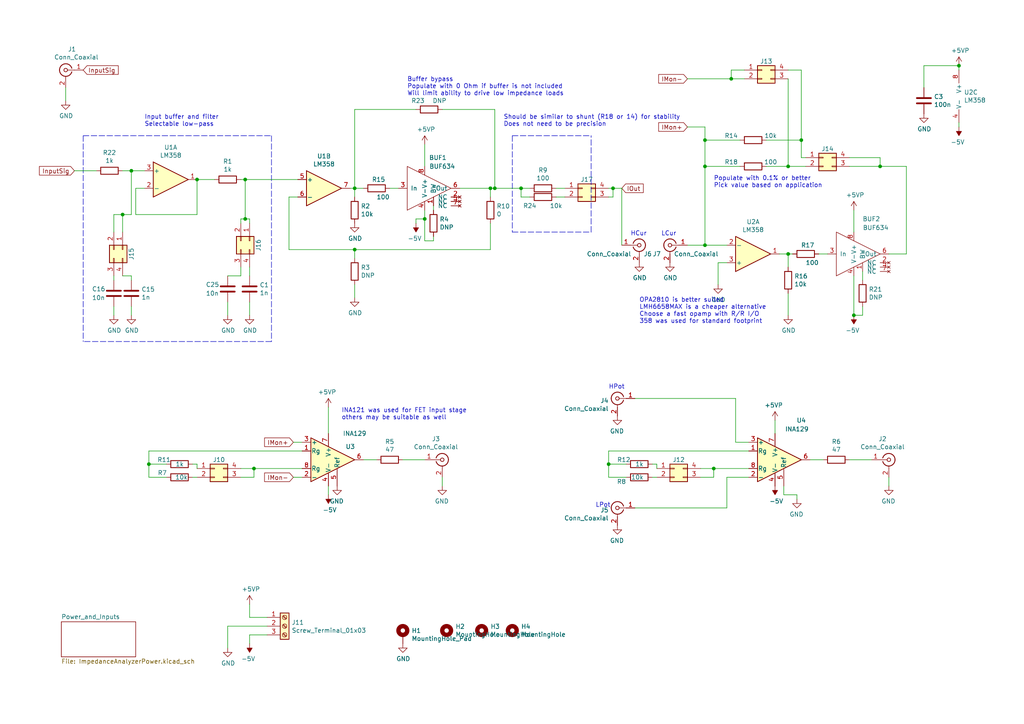
<source format=kicad_sch>
(kicad_sch (version 20211123) (generator eeschema)
  (paper "A4")
  (lib_symbols
    (symbol "Amplifier_Instrumentation:INA129" (pin_names (offset 0.127))
      (property "Reference" "U" (at 3.81 3.175 0))
      (property "Value" "INA129" (at 3.81 -3.175 0))
      (symbol "INA129_0_1"
        (polyline (pts (xy 7.62 0) (xy -5.08 6.35) (xy -5.08 -6.35) (xy 7.62 0)) (stroke (width 0.254)) (fill (type background)))
      )
      (symbol "INA129_1_1"
        (pin passive line (at -7.62 2.54 0) (length 2.54) (name "Rg") (number "1"))
        (pin input line (at -7.62 -5.08 0) (length 2.54) (name "-") (number "2"))
        (pin input line (at -7.62 5.08 0) (length 2.54) (name "+") (number "3"))
        (pin power_in line (at 0 -7.62 90) (length 3.81) (name "V-") (number "4"))
        (pin input line (at 2.54 -7.62 90) (length 5.08) (name "Ref") (number "5"))
        (pin output line (at 10.16 0 180) (length 2.54) (name "~") (number "6"))
        (pin power_in line (at 0 7.62 270) (length 3.81) (name "V+") (number "7"))
        (pin passive line (at -7.62 -2.54 0) (length 2.54) (name "Rg") (number "8"))
      )
    )
    (symbol "Amplifier_Operational:LM358" (pin_names (offset 0.127))
      (property "Reference" "U" (at 0 5.08 0))
      (property "Value" "LM358" (at 0 -5.08 0))
      (symbol "LM358_1_1"
        (polyline (pts (xy -5.08 5.08) (xy 5.08 0) (xy -5.08 -5.08) (xy -5.08 5.08)) (stroke (width 0.254)) (fill (type background)))
        (pin output line (at 7.62 0 180) (length 2.54) (name "~") (number "1"))
        (pin input line (at -7.62 -2.54 0) (length 2.54) (name "-") (number "2"))
        (pin input line (at -7.62 2.54 0) (length 2.54) (name "+") (number "3"))
      )
      (symbol "LM358_2_1"
        (polyline (pts (xy -5.08 5.08) (xy 5.08 0) (xy -5.08 -5.08) (xy -5.08 5.08)) (stroke (width 0.254)) (fill (type background)))
        (pin input line (at -7.62 2.54 0) (length 2.54) (name "+") (number "5"))
        (pin input line (at -7.62 -2.54 0) (length 2.54) (name "-") (number "6"))
        (pin output line (at 7.62 0 180) (length 2.54) (name "~") (number "7"))
      )
      (symbol "LM358_3_1"
        (pin power_in line (at -2.54 -7.62 90) (length 3.81) (name "V-") (number "4"))
        (pin power_in line (at -2.54 7.62 270) (length 3.81) (name "V+") (number "8"))
      )
    )
    (symbol "Connector:Conn_Coaxial" (pin_names (offset 1.016) hide)
      (property "Reference" "J" (at 0.254 3.048 0))
      (property "Value" "Conn_Coaxial" (at 2.921 0 90))
      (symbol "Conn_Coaxial_0_1"
        (arc (start -1.778 -0.508) (mid 0.222 -1.808) (end 1.778 0) (stroke (width 0.254)))
        (polyline (pts (xy -2.54 0) (xy -0.508 0)))
        (polyline (pts (xy 0 -2.54) (xy 0 -1.778)))
        (circle (center 0 0) (radius 0.508) (stroke (width 0.2032)))
        (arc (start 1.778 0) (mid 0.222 1.8083) (end -1.778 0.508) (stroke (width 0.254)))
      )
      (symbol "Conn_Coaxial_1_1"
        (pin passive line (at -5.08 0 0) (length 2.54) (name "In") (number "1"))
        (pin passive line (at 0 -5.08 90) (length 2.54) (name "Ext") (number "2"))
      )
    )
    (symbol "Connector:Screw_Terminal_01x03" (pin_names (offset 1.016) hide)
      (property "Reference" "J" (at 0 5.08 0))
      (property "Value" "Screw_Terminal_01x03" (at 0 -5.08 0))
      (symbol "Screw_Terminal_01x03_1_1"
        (rectangle (start -1.27 3.81) (end 1.27 -3.81) (stroke (width 0.254)) (fill (type background)))
        (circle (center 0 -2.54) (radius 0.635) (stroke (width 0.1524)))
        (polyline (pts (xy -0.5334 -2.2098) (xy 0.3302 -3.048)) (stroke (width 0.1524)))
        (polyline (pts (xy -0.5334 0.3302) (xy 0.3302 -0.508)) (stroke (width 0.1524)))
        (polyline (pts (xy -0.5334 2.8702) (xy 0.3302 2.032)) (stroke (width 0.1524)))
        (polyline (pts (xy -0.3556 -2.032) (xy 0.508 -2.8702)) (stroke (width 0.1524)))
        (polyline (pts (xy -0.3556 0.508) (xy 0.508 -0.3302)) (stroke (width 0.1524)))
        (polyline (pts (xy -0.3556 3.048) (xy 0.508 2.2098)) (stroke (width 0.1524)))
        (circle (center 0 0) (radius 0.635) (stroke (width 0.1524)))
        (circle (center 0 2.54) (radius 0.635) (stroke (width 0.1524)))
        (pin passive line (at -5.08 2.54 0) (length 3.81) (name "Pin_1") (number "1"))
        (pin passive line (at -5.08 0 0) (length 3.81) (name "Pin_2") (number "2"))
        (pin passive line (at -5.08 -2.54 0) (length 3.81) (name "Pin_3") (number "3"))
      )
    )
    (symbol "Connector_Generic:Conn_02x02_Counter_Clockwise" (pin_names (offset 1.016) hide)
      (property "Reference" "J" (at 1.27 2.54 0))
      (property "Value" "Conn_02x02_Counter_Clockwise" (at 1.27 -5.08 0))
      (symbol "Conn_02x02_Counter_Clockwise_1_1"
        (rectangle (start -1.27 -2.413) (end 0 -2.667) (stroke (width 0.1524)))
        (rectangle (start -1.27 0.127) (end 0 -0.127) (stroke (width 0.1524)))
        (rectangle (start -1.27 1.27) (end 3.81 -3.81) (stroke (width 0.254)) (fill (type background)))
        (rectangle (start 3.81 -2.413) (end 2.54 -2.667) (stroke (width 0.1524)))
        (rectangle (start 3.81 0.127) (end 2.54 -0.127) (stroke (width 0.1524)))
        (pin passive line (at -5.08 0 0) (length 3.81) (name "Pin_1") (number "1"))
        (pin passive line (at -5.08 -2.54 0) (length 3.81) (name "Pin_2") (number "2"))
        (pin passive line (at 7.62 -2.54 180) (length 3.81) (name "Pin_3") (number "3"))
        (pin passive line (at 7.62 0 180) (length 3.81) (name "Pin_4") (number "4"))
      )
    )
    (symbol "Device:C" (pin_numbers hide) (pin_names (offset 0.254))
      (property "Reference" "C" (at 0.635 2.54 0))
      (property "Value" "C" (at 0.635 -2.54 0))
      (symbol "C_0_1"
        (polyline (pts (xy -2.032 -0.762) (xy 2.032 -0.762)) (stroke (width 0.508)))
        (polyline (pts (xy -2.032 0.762) (xy 2.032 0.762)) (stroke (width 0.508)))
      )
      (symbol "C_1_1"
        (pin passive line (at 0 3.81 270) (length 2.794) (name "~") (number "1"))
        (pin passive line (at 0 -3.81 90) (length 2.794) (name "~") (number "2"))
      )
    )
    (symbol "Device:R" (pin_numbers hide) (pin_names (offset 0))
      (property "Reference" "R" (at 2.032 0 90))
      (property "Value" "R" (at 0 0 90))
      (symbol "R_0_1"
        (rectangle (start -1.016 -2.54) (end 1.016 2.54) (stroke (width 0.254)))
      )
      (symbol "R_1_1"
        (pin passive line (at 0 3.81 270) (length 1.27) (name "~") (number "1"))
        (pin passive line (at 0 -3.81 90) (length 1.27) (name "~") (number "2"))
      )
    )
    (symbol "Eli_Lib:BUF634" (pin_names (offset 1.016))
      (property "Reference" "BUF" (at 6.35 6.35 0))
      (property "Value" "Eli_Lib_BUF634" (at 7.62 3.81 0))
      (symbol "BUF634_0_1"
        (polyline (pts (xy -5.08 -6.35) (xy 7.62 0) (xy -5.08 6.35) (xy -5.08 -6.35)))
      )
      (symbol "BUF634_1_1"
        (pin input line (at 2.54 -5.08 90) (length 2.54) (name "BW") (number "1"))
        (pin no_connect line (at 10.16 -2.54 180) (length 2.54) (name "NC") (number "2"))
        (pin input line (at -7.62 0 0) (length 2.54) (name "In") (number "3"))
        (pin input line (at 0 -6.35 90) (length 2.54) (name "V-") (number "4"))
        (pin no_connect line (at 10.16 -3.81 180) (length 2.54) (name "NC") (number "5"))
        (pin input line (at 10.16 0 180) (length 2.54) (name "Out") (number "6"))
        (pin no_connect line (at 10.16 -5.08 180) (length 2.54) (name "NC") (number "7"))
        (pin input line (at 0 6.35 270) (length 2.54) (name "V+") (number "8"))
      )
    )
    (symbol "Mechanical:MountingHole" (pin_names (offset 1.016))
      (property "Reference" "H" (at 0 5.08 0))
      (property "Value" "MountingHole" (at 0 3.175 0))
      (symbol "MountingHole_0_1"
        (circle (center 0 0) (radius 1.27) (stroke (width 1.27)))
      )
    )
    (symbol "Mechanical:MountingHole_Pad" (pin_numbers hide) (pin_names (offset 1.016) hide)
      (property "Reference" "H" (at 0 6.35 0))
      (property "Value" "MountingHole_Pad" (at 0 4.445 0))
      (symbol "MountingHole_Pad_0_1"
        (circle (center 0 1.27) (radius 1.27) (stroke (width 1.27)))
      )
      (symbol "MountingHole_Pad_1_1"
        (pin input line (at 0 -2.54 90) (length 2.54) (name "1") (number "1"))
      )
    )
    (symbol "power:+5VP" (power) (pin_names (offset 0))
      (property "Value" "+5VP" (at 0 3.556 0))
      (symbol "+5VP_0_1"
        (polyline (pts (xy -0.762 1.27) (xy 0 2.54)))
        (polyline (pts (xy 0 0) (xy 0 2.54)))
        (polyline (pts (xy 0 2.54) (xy 0.762 1.27)))
      )
      (symbol "+5VP_1_1"
        (pin power_in line (at 0 0 90) (length 0) hide (name "+5VP") (number "1"))
      )
    )
    (symbol "power:-5V" (power) (pin_names (offset 0))
      (property "Value" "-5V" (at 0 3.81 0))
      (symbol "-5V_0_0"
        (pin power_in line (at 0 0 90) (length 0) hide (name "-5V") (number "1"))
      )
      (symbol "-5V_0_1"
        (polyline (pts (xy 0 0) (xy 0 1.27) (xy 0.762 1.27) (xy 0 2.54) (xy -0.762 1.27) (xy 0 1.27)) (fill (type outline)))
      )
    )
    (symbol "power:GND" (power) (pin_names (offset 0))
      (property "Value" "GND" (at 0 -3.81 0))
      (symbol "GND_0_1"
        (polyline (pts (xy 0 0) (xy 0 -1.27) (xy 1.27 -1.27) (xy 0 -2.54) (xy -1.27 -1.27) (xy 0 -1.27)))
      )
      (symbol "GND_1_1"
        (pin power_in line (at 0 0 270) (length 0) hide (name "GND") (number "1"))
      )
    )
  )
  (junction (at 57.15 52.07))
  (junction (at 278.13 19.05))
  (junction (at 35.56 62.23))
  (junction (at 247.65 91.44))
  (junction (at 177.8 54.61))
  (junction (at 73.66 135.89))
  (junction (at 176.53 134.62))
  (junction (at 207.01 135.89))
  (junction (at 143.51 54.61))
  (junction (at 102.87 72.39))
  (junction (at 123.19 63.5))
  (junction (at 204.47 48.26))
  (junction (at 43.18 134.62))
  (junction (at 71.12 52.07))
  (junction (at 212.09 22.86))
  (junction (at 228.6 48.26))
  (junction (at 255.27 48.26))
  (junction (at 228.6 73.66))
  (junction (at 102.87 54.61))
  (junction (at 142.24 54.61))
  (junction (at 71.12 63.5))
  (junction (at 204.47 40.64))
  (junction (at 38.1 49.53))
  (junction (at 204.47 71.12))
  (junction (at 151.13 54.61))
  (junction (at 232.41 40.64))
  (wire (pts (xy 72.39 175.26) (xy 72.39 179.07)))
  (wire (pts (xy 83.82 72.39) (xy 83.82 57.15)))
  (wire (pts (xy 262.89 48.26) (xy 255.27 48.26)))
  (wire (pts (xy 72.39 63.5) (xy 72.39 64.77)))
  (wire (pts (xy 255.27 45.72) (xy 255.27 48.26)))
  (wire (pts (xy 35.56 62.23) (xy 33.02 62.23)))
  (wire (pts (xy 214.63 48.26) (xy 204.47 48.26)))
  (wire (pts (xy 95.25 143.51) (xy 95.25 140.97)))
  (wire (pts (xy 73.66 135.89) (xy 73.66 138.43)))
  (wire (pts (xy 232.41 40.64) (xy 232.41 45.72)))
  (wire (pts (xy 228.6 48.26) (xy 233.68 48.26)))
  (polyline (pts (xy 24.13 39.37) (xy 24.13 99.06)))
  (wire (pts (xy 102.87 72.39) (xy 83.82 72.39)))
  (wire (pts (xy 224.79 121.92) (xy 224.79 125.73)))
  (polyline (pts (xy 78.74 99.06) (xy 24.13 99.06)))
  (wire (pts (xy 102.87 74.93) (xy 102.87 72.39)))
  (wire (pts (xy 250.19 78.74) (xy 250.19 81.28)))
  (wire (pts (xy 176.53 57.15) (xy 177.8 57.15)))
  (polyline (pts (xy 24.13 39.37) (xy 78.74 39.37)))
  (wire (pts (xy 237.49 73.66) (xy 240.03 73.66)))
  (wire (pts (xy 247.65 60.96) (xy 247.65 67.31)))
  (wire (pts (xy 69.85 64.77) (xy 69.85 63.5)))
  (wire (pts (xy 125.73 68.58) (xy 125.73 69.85)))
  (wire (pts (xy 43.18 130.81) (xy 87.63 130.81)))
  (wire (pts (xy 180.34 54.61) (xy 180.34 71.12)))
  (wire (pts (xy 176.53 54.61) (xy 177.8 54.61)))
  (wire (pts (xy 213.36 115.57) (xy 184.15 115.57)))
  (wire (pts (xy 120.65 63.5) (xy 123.19 63.5)))
  (wire (pts (xy 231.14 144.78) (xy 231.14 143.51)))
  (wire (pts (xy 212.09 20.32) (xy 212.09 22.86)))
  (wire (pts (xy 102.87 31.75) (xy 102.87 54.61)))
  (wire (pts (xy 39.37 54.61) (xy 39.37 62.23)))
  (wire (pts (xy 38.1 80.01) (xy 38.1 81.28)))
  (wire (pts (xy 125.73 59.69) (xy 125.73 60.96)))
  (wire (pts (xy 41.91 54.61) (xy 39.37 54.61)))
  (wire (pts (xy 213.36 128.27) (xy 213.36 115.57)))
  (wire (pts (xy 38.1 49.53) (xy 38.1 62.23)))
  (wire (pts (xy 120.65 64.77) (xy 120.65 63.5)))
  (wire (pts (xy 133.35 54.61) (xy 142.24 54.61)))
  (wire (pts (xy 203.2 138.43) (xy 207.01 138.43)))
  (wire (pts (xy 217.17 128.27) (xy 213.36 128.27)))
  (wire (pts (xy 176.53 134.62) (xy 176.53 130.81)))
  (wire (pts (xy 43.18 138.43) (xy 43.18 134.62)))
  (wire (pts (xy 176.53 138.43) (xy 176.53 134.62)))
  (wire (pts (xy 66.04 181.61) (xy 77.47 181.61)))
  (wire (pts (xy 204.47 40.64) (xy 204.47 48.26)))
  (wire (pts (xy 71.12 63.5) (xy 72.39 63.5)))
  (wire (pts (xy 128.27 31.75) (xy 143.51 31.75)))
  (wire (pts (xy 232.41 45.72) (xy 233.68 45.72)))
  (wire (pts (xy 102.87 86.36) (xy 102.87 82.55)))
  (wire (pts (xy 101.6 54.61) (xy 102.87 54.61)))
  (wire (pts (xy 35.56 62.23) (xy 35.56 67.31)))
  (wire (pts (xy 207.01 135.89) (xy 207.01 138.43)))
  (wire (pts (xy 238.76 133.35) (xy 234.95 133.35)))
  (polyline (pts (xy 171.45 67.31) (xy 171.45 39.37)))
  (wire (pts (xy 38.1 49.53) (xy 41.91 49.53)))
  (wire (pts (xy 267.97 19.05) (xy 267.97 25.4)))
  (wire (pts (xy 143.51 54.61) (xy 151.13 54.61)))
  (wire (pts (xy 151.13 57.15) (xy 151.13 54.61)))
  (wire (pts (xy 278.13 35.56) (xy 278.13 36.83)))
  (wire (pts (xy 142.24 54.61) (xy 143.51 54.61)))
  (wire (pts (xy 57.15 135.89) (xy 57.15 134.62)))
  (wire (pts (xy 125.73 69.85) (xy 123.19 69.85)))
  (wire (pts (xy 177.8 54.61) (xy 180.34 54.61)))
  (wire (pts (xy 228.6 20.32) (xy 232.41 20.32)))
  (wire (pts (xy 232.41 20.32) (xy 232.41 40.64)))
  (wire (pts (xy 57.15 52.07) (xy 57.15 62.23)))
  (wire (pts (xy 87.63 138.43) (xy 85.09 138.43)))
  (wire (pts (xy 123.19 63.5) (xy 123.19 60.96)))
  (wire (pts (xy 35.56 80.01) (xy 38.1 80.01)))
  (wire (pts (xy 228.6 91.44) (xy 228.6 85.09)))
  (wire (pts (xy 102.87 54.61) (xy 105.41 54.61)))
  (wire (pts (xy 207.01 135.89) (xy 217.17 135.89)))
  (wire (pts (xy 66.04 187.96) (xy 66.04 181.61)))
  (wire (pts (xy 85.09 128.27) (xy 87.63 128.27)))
  (wire (pts (xy 38.1 91.44) (xy 38.1 88.9)))
  (polyline (pts (xy 148.59 39.37) (xy 148.59 67.31)))
  (wire (pts (xy 33.02 81.28) (xy 33.02 80.01)))
  (wire (pts (xy 204.47 36.83) (xy 204.47 40.64)))
  (wire (pts (xy 113.03 54.61) (xy 115.57 54.61)))
  (wire (pts (xy 210.82 138.43) (xy 217.17 138.43)))
  (wire (pts (xy 151.13 54.61) (xy 153.67 54.61)))
  (wire (pts (xy 204.47 48.26) (xy 204.47 71.12)))
  (wire (pts (xy 226.06 73.66) (xy 228.6 73.66)))
  (wire (pts (xy 43.18 134.62) (xy 48.26 134.62)))
  (wire (pts (xy 231.14 143.51) (xy 227.33 143.51)))
  (wire (pts (xy 72.39 186.69) (xy 72.39 184.15)))
  (wire (pts (xy 102.87 54.61) (xy 102.87 57.15)))
  (wire (pts (xy 153.67 57.15) (xy 151.13 57.15)))
  (wire (pts (xy 212.09 22.86) (xy 215.9 22.86)))
  (wire (pts (xy 66.04 91.44) (xy 66.04 87.63)))
  (wire (pts (xy 128.27 140.97) (xy 128.27 138.43)))
  (wire (pts (xy 227.33 143.51) (xy 227.33 140.97)))
  (wire (pts (xy 27.94 49.53) (xy 21.59 49.53)))
  (wire (pts (xy 257.81 73.66) (xy 262.89 73.66)))
  (wire (pts (xy 95.25 118.11) (xy 95.25 125.73)))
  (wire (pts (xy 208.28 76.2) (xy 210.82 76.2)))
  (wire (pts (xy 228.6 73.66) (xy 229.87 73.66)))
  (wire (pts (xy 72.39 184.15) (xy 77.47 184.15)))
  (wire (pts (xy 203.2 135.89) (xy 207.01 135.89)))
  (wire (pts (xy 38.1 62.23) (xy 35.56 62.23)))
  (wire (pts (xy 39.37 62.23) (xy 57.15 62.23)))
  (wire (pts (xy 181.61 138.43) (xy 176.53 138.43)))
  (wire (pts (xy 57.15 52.07) (xy 62.23 52.07)))
  (wire (pts (xy 222.25 40.64) (xy 232.41 40.64)))
  (wire (pts (xy 210.82 138.43) (xy 210.82 147.32)))
  (wire (pts (xy 208.28 82.55) (xy 208.28 76.2)))
  (wire (pts (xy 161.29 57.15) (xy 163.83 57.15)))
  (wire (pts (xy 189.23 134.62) (xy 190.5 134.62)))
  (wire (pts (xy 246.38 45.72) (xy 255.27 45.72)))
  (wire (pts (xy 73.66 135.89) (xy 87.63 135.89)))
  (wire (pts (xy 123.19 69.85) (xy 123.19 63.5)))
  (wire (pts (xy 55.88 138.43) (xy 57.15 138.43)))
  (wire (pts (xy 35.56 49.53) (xy 38.1 49.53)))
  (wire (pts (xy 210.82 147.32) (xy 184.15 147.32)))
  (wire (pts (xy 176.53 134.62) (xy 181.61 134.62)))
  (wire (pts (xy 66.04 80.01) (xy 69.85 80.01)))
  (wire (pts (xy 142.24 64.77) (xy 142.24 72.39)))
  (wire (pts (xy 69.85 138.43) (xy 73.66 138.43)))
  (wire (pts (xy 247.65 91.44) (xy 250.19 91.44)))
  (wire (pts (xy 116.84 133.35) (xy 123.19 133.35)))
  (wire (pts (xy 55.88 134.62) (xy 57.15 134.62)))
  (wire (pts (xy 161.29 54.61) (xy 163.83 54.61)))
  (wire (pts (xy 109.22 133.35) (xy 105.41 133.35)))
  (wire (pts (xy 189.23 138.43) (xy 190.5 138.43)))
  (wire (pts (xy 278.13 19.05) (xy 278.13 20.32)))
  (wire (pts (xy 72.39 77.47) (xy 72.39 80.01)))
  (wire (pts (xy 43.18 134.62) (xy 43.18 130.81)))
  (wire (pts (xy 102.87 72.39) (xy 142.24 72.39)))
  (polyline (pts (xy 148.59 67.31) (xy 171.45 67.31)))
  (wire (pts (xy 69.85 63.5) (xy 71.12 63.5)))
  (wire (pts (xy 246.38 133.35) (xy 252.73 133.35)))
  (wire (pts (xy 143.51 31.75) (xy 143.51 54.61)))
  (wire (pts (xy 72.39 91.44) (xy 72.39 87.63)))
  (wire (pts (xy 72.39 179.07) (xy 77.47 179.07)))
  (wire (pts (xy 19.05 29.21) (xy 19.05 25.4)))
  (wire (pts (xy 71.12 52.07) (xy 86.36 52.07)))
  (wire (pts (xy 215.9 20.32) (xy 212.09 20.32)))
  (wire (pts (xy 257.81 140.97) (xy 257.81 138.43)))
  (wire (pts (xy 204.47 71.12) (xy 199.39 71.12)))
  (wire (pts (xy 250.19 91.44) (xy 250.19 88.9)))
  (wire (pts (xy 199.39 22.86) (xy 212.09 22.86)))
  (wire (pts (xy 262.89 48.26) (xy 262.89 73.66)))
  (wire (pts (xy 142.24 54.61) (xy 142.24 57.15)))
  (wire (pts (xy 228.6 22.86) (xy 228.6 48.26)))
  (wire (pts (xy 69.85 77.47) (xy 69.85 80.01)))
  (wire (pts (xy 71.12 52.07) (xy 71.12 63.5)))
  (wire (pts (xy 199.39 36.83) (xy 204.47 36.83)))
  (wire (pts (xy 33.02 91.44) (xy 33.02 88.9)))
  (wire (pts (xy 69.85 135.89) (xy 73.66 135.89)))
  (wire (pts (xy 228.6 73.66) (xy 228.6 77.47)))
  (wire (pts (xy 190.5 135.89) (xy 190.5 134.62)))
  (wire (pts (xy 69.85 52.07) (xy 71.12 52.07)))
  (wire (pts (xy 247.65 80.01) (xy 247.65 91.44)))
  (polyline (pts (xy 78.74 39.37) (xy 78.74 99.06)))
  (polyline (pts (xy 148.59 39.37) (xy 171.45 39.37)))
  (wire (pts (xy 210.82 71.12) (xy 204.47 71.12)))
  (wire (pts (xy 222.25 48.26) (xy 228.6 48.26)))
  (wire (pts (xy 177.8 57.15) (xy 177.8 54.61)))
  (wire (pts (xy 123.19 41.91) (xy 123.19 48.26)))
  (wire (pts (xy 120.65 31.75) (xy 102.87 31.75)))
  (wire (pts (xy 83.82 57.15) (xy 86.36 57.15)))
  (wire (pts (xy 48.26 138.43) (xy 43.18 138.43)))
  (wire (pts (xy 204.47 40.64) (xy 214.63 40.64)))
  (wire (pts (xy 33.02 62.23) (xy 33.02 67.31)))
  (wire (pts (xy 278.13 19.05) (xy 267.97 19.05)))
  (wire (pts (xy 176.53 130.81) (xy 217.17 130.81)))
  (wire (pts (xy 246.38 48.26) (xy 255.27 48.26)))
  (text "HCur" (at 182.88 68.58 0) (effects (font (size 1.27 1.27)) (justify left bottom)))
  (text "Input buffer and filter\nSelectable low-pass" (at 41.91 36.83 0) (effects (font (size 1.27 1.27)) (justify left bottom)))
  (text "Should be similar to shunt (R18 or 14) for stability\nDoes not need to be precision" (at 146.05 36.83 0) (effects (font (size 1.27 1.27)) (justify left bottom)))
  (text "INA121 was used for FET input stage\nothers may be suitable as well" (at 99.06 121.92 0) (effects (font (size 1.27 1.27)) (justify left bottom)))
  (text "LCur" (at 191.77 68.58 0) (effects (font (size 1.27 1.27)) (justify left bottom)))
  (text "LPot" (at 172.72 147.32 0) (effects (font (size 1.27 1.27)) (justify left bottom)))
  (text "HPot" (at 176.53 113.03 0) (effects (font (size 1.27 1.27)) (justify left bottom)))
  (text "Buffer bypass\nPopulate with 0 Ohm if buffer is not included\nWill limit ability to drive low impedance loads" (at 118.11 27.94 0) (effects (font (size 1.27 1.27)) (justify left bottom)))
  (text "OPA2810 is better suited\nLMH6658MAX is a cheaper alternative\nChoose a fast opamp with R/R I/O\n358 was used for standard footprint" (at 185.42 93.98 0) (effects (font (size 1.27 1.27)) (justify left bottom)))
  (text "Populate with 0.1% or better\nPick value based on application" (at 207.01 54.61 0) (effects (font (size 1.27 1.27)) (justify left bottom)))
  (global_label "IMon-" (shape input) (at 199.39 22.86 180) (property "Intersheet References" "${INTERSHEET_REFS}" (effects hide)))
  (global_label "IMon-" (shape input) (at 85.09 138.43 180) (property "Intersheet References" "${INTERSHEET_REFS}" (effects hide)))
  (global_label "InputSig" (shape input) (at 21.59 49.53 180) (property "Intersheet References" "${INTERSHEET_REFS}" (effects hide)))
  (global_label "IOut" (shape input) (at 180.34 54.61 0) (property "Intersheet References" "${INTERSHEET_REFS}" (effects hide)))
  (global_label "IMon+" (shape input) (at 199.39 36.83 180) (property "Intersheet References" "${INTERSHEET_REFS}" (effects hide)))
  (global_label "IMon+" (shape input) (at 85.09 128.27 180) (property "Intersheet References" "${INTERSHEET_REFS}" (effects hide)))
  (global_label "InputSig" (shape input) (at 24.13 20.32 0) (property "Intersheet References" "${INTERSHEET_REFS}" (effects hide)))
  (symbol (lib_id "Amplifier_Instrumentation:INA129") (at 224.79 133.35 0) (unit 1)
    (property "Reference" "U4" (at 232.41 121.92 0))
    (property "Value" "INA129" (at 231.14 124.46 0))
    (property "Footprint" "Package_DIP:DIP-8_W7.62mm" (effects hide))
    (property "Datasheet" "http://www.ti.com/lit/ds/symlink/ina128.pdf" (effects hide))
  )
  (symbol (lib_id "Connector:Conn_Coaxial") (at 19.05 20.32 0) (mirror y) (unit 1)
    (property "Reference" "J1" (at 20.8788 14.2748 0))
    (property "Value" "Conn_Coaxial" (at 22.1488 16.5862 0))
    (property "Footprint" "Connector_Coaxial:BNC_TEConnectivity_1478204_Vertical" (effects hide))
    (property "Datasheet" " ~" (effects hide))
  )
  (symbol (lib_id "Amplifier_Operational:LM358") (at 49.53 52.07 0) (unit 1)
    (property "Reference" "U1" (at 49.53 42.7482 0))
    (property "Value" "LM358" (at 49.53 45.0596 0))
    (property "Footprint" "Package_SO:SO-8_3.9x4.9mm_P1.27mm" (effects hide))
    (property "Datasheet" "http://www.ti.com/lit/ds/symlink/lm2904-n.pdf" (effects hide))
  )
  (symbol (lib_id "Device:R") (at 102.87 60.96 0) (unit 1)
    (property "Reference" "R2" (at 104.648 59.7916 0) (effects (justify left)))
    (property "Value" "10k" (at 104.648 62.103 0) (effects (justify left)))
    (property "Footprint" "Resistor_SMD:R_1206_3216Metric" (effects hide))
  )
  (symbol (lib_id "Device:R") (at 102.87 78.74 0) (unit 1)
    (property "Reference" "R3" (at 104.648 77.5716 0) (effects (justify left)))
    (property "Value" "DNP" (at 104.648 79.883 0) (effects (justify left)))
    (property "Footprint" "Resistor_SMD:R_1206_3216Metric" (effects hide))
  )
  (symbol (lib_id "Device:R") (at 66.04 52.07 270) (unit 1)
    (property "Reference" "R1" (at 66.04 46.8122 90))
    (property "Value" "1k" (at 66.04 49.1236 90))
    (property "Footprint" "Resistor_SMD:R_1206_3216Metric" (effects hide))
  )
  (symbol (lib_id "Device:C") (at 72.39 83.82 0) (unit 1)
    (property "Reference" "C1" (at 75.311 82.6516 0) (effects (justify left)))
    (property "Value" "1n" (at 75.311 84.963 0) (effects (justify left)))
    (property "Footprint" "Capacitor_SMD:C_0805_2012Metric" (effects hide))
  )
  (symbol (lib_id "power:GND") (at 19.05 29.21 0) (unit 1)
    (property "Reference" "#PWR0101" (effects hide))
    (property "Value" "GND" (at 19.177 33.6042 0))
  )
  (symbol (lib_id "power:GND") (at 72.39 91.44 0) (unit 1)
    (property "Reference" "#PWR0102" (effects hide))
    (property "Value" "GND" (at 72.517 95.8342 0))
  )
  (symbol (lib_id "power:GND") (at 102.87 86.36 0) (unit 1)
    (property "Reference" "#PWR0103" (effects hide))
    (property "Value" "GND" (at 102.997 90.7542 0))
  )
  (symbol (lib_id "Device:R") (at 157.48 54.61 270) (unit 1)
    (property "Reference" "R9" (at 157.48 49.3522 90))
    (property "Value" "100" (at 157.48 51.6636 90))
    (property "Footprint" "Resistor_SMD:R_1206_3216Metric" (effects hide))
  )
  (symbol (lib_id "Connector:Conn_Coaxial") (at 185.42 71.12 0) (unit 1)
    (property "Reference" "J6" (at 186.69 73.66 0) (effects (justify left)))
    (property "Value" "Conn_Coaxial" (at 170.18 73.66 0) (effects (justify left)))
    (property "Footprint" "Connector_Coaxial:BNC_TEConnectivity_1478204_Vertical" (effects hide))
    (property "Datasheet" " ~" (effects hide))
  )
  (symbol (lib_id "Connector:Conn_Coaxial") (at 179.07 115.57 0) (mirror y) (unit 1)
    (property "Reference" "J4" (at 176.53 116.205 0) (effects (justify left)))
    (property "Value" "Conn_Coaxial" (at 176.53 118.5164 0) (effects (justify left)))
    (property "Footprint" "Connector_Coaxial:BNC_TEConnectivity_1478204_Vertical" (effects hide))
    (property "Datasheet" " ~" (effects hide))
  )
  (symbol (lib_id "Connector:Conn_Coaxial") (at 179.07 147.32 0) (mirror y) (unit 1)
    (property "Reference" "J5" (at 176.53 147.955 0) (effects (justify left)))
    (property "Value" "Conn_Coaxial" (at 176.53 150.2664 0) (effects (justify left)))
    (property "Footprint" "Connector_Coaxial:BNC_TEConnectivity_1478204_Vertical" (effects hide))
    (property "Datasheet" " ~" (effects hide))
  )
  (symbol (lib_id "Connector:Conn_Coaxial") (at 194.31 71.12 0) (mirror y) (unit 1)
    (property "Reference" "J7" (at 190.5 73.66 0))
    (property "Value" "Conn_Coaxial" (at 201.93 73.66 0))
    (property "Footprint" "Connector_Coaxial:BNC_TEConnectivity_1478204_Vertical" (effects hide))
    (property "Datasheet" " ~" (effects hide))
  )
  (symbol (lib_id "power:GND") (at 179.07 120.65 0) (mirror y) (unit 1)
    (property "Reference" "#PWR0106" (effects hide))
    (property "Value" "GND" (at 178.943 125.0442 0))
  )
  (symbol (lib_id "power:GND") (at 185.42 76.2 0) (unit 1)
    (property "Reference" "#PWR0107" (effects hide))
    (property "Value" "GND" (at 185.547 80.5942 0))
  )
  (symbol (lib_id "power:GND") (at 179.07 152.4 0) (mirror y) (unit 1)
    (property "Reference" "#PWR0108" (effects hide))
    (property "Value" "GND" (at 178.943 156.7942 0))
  )
  (symbol (lib_id "power:GND") (at 194.31 76.2 0) (unit 1)
    (property "Reference" "#PWR0109" (effects hide))
    (property "Value" "GND" (at 194.437 80.5942 0))
  )
  (symbol (lib_id "Amplifier_Instrumentation:INA129") (at 95.25 133.35 0) (unit 1)
    (property "Reference" "U3" (at 101.6 129.54 0))
    (property "Value" "INA129" (at 102.87 125.73 0))
    (property "Footprint" "Package_DIP:DIP-8_W7.62mm" (effects hide))
    (property "Datasheet" "http://www.ti.com/lit/ds/symlink/ina128.pdf" (effects hide))
  )
  (symbol (lib_id "Device:R") (at 52.07 138.43 270) (unit 1)
    (property "Reference" "R7" (at 45.72 137.16 90) (effects (justify left)))
    (property "Value" "10k" (at 50.8 138.43 90) (effects (justify left)))
    (property "Footprint" "Resistor_SMD:R_1206_3216Metric" (effects hide))
  )
  (symbol (lib_id "Device:R") (at 185.42 138.43 90) (mirror x) (unit 1)
    (property "Reference" "R8" (at 181.61 139.7 90) (effects (justify left)))
    (property "Value" "10k" (at 186.69 138.43 90) (effects (justify left)))
    (property "Footprint" "Resistor_SMD:R_1206_3216Metric" (effects hide))
  )
  (symbol (lib_id "Connector:Conn_Coaxial") (at 257.81 133.35 0) (unit 1)
    (property "Reference" "J2" (at 255.9812 127.3048 0))
    (property "Value" "Conn_Coaxial" (at 255.9812 129.6162 0))
    (property "Footprint" "Connector_Coaxial:BNC_TEConnectivity_1478204_Vertical" (effects hide))
    (property "Datasheet" " ~" (effects hide))
  )
  (symbol (lib_id "Device:R") (at 113.03 133.35 90) (mirror x) (unit 1)
    (property "Reference" "R5" (at 113.03 128.0922 90))
    (property "Value" "47" (at 113.03 130.4036 90))
    (property "Footprint" "Resistor_SMD:R_1206_3216Metric" (effects hide))
  )
  (symbol (lib_id "power:GND") (at 257.81 140.97 0) (mirror y) (unit 1)
    (property "Reference" "#PWR0111" (effects hide))
    (property "Value" "GND" (at 257.683 145.3642 0))
  )
  (symbol (lib_id "Connector:Conn_Coaxial") (at 128.27 133.35 0) (unit 1)
    (property "Reference" "J3" (at 126.4412 127.3048 0))
    (property "Value" "Conn_Coaxial" (at 126.4412 129.6162 0))
    (property "Footprint" "Connector_Coaxial:BNC_TEConnectivity_1478204_Vertical" (effects hide))
    (property "Datasheet" " ~" (effects hide))
  )
  (symbol (lib_id "Device:R") (at 242.57 133.35 90) (mirror x) (unit 1)
    (property "Reference" "R6" (at 242.57 128.0922 90))
    (property "Value" "47" (at 242.57 130.4036 90))
    (property "Footprint" "Resistor_SMD:R_1206_3216Metric" (effects hide))
  )
  (symbol (lib_id "power:GND") (at 128.27 140.97 0) (mirror y) (unit 1)
    (property "Reference" "#PWR0112" (effects hide))
    (property "Value" "GND" (at 128.143 145.3642 0))
  )
  (symbol (lib_id "power:-5V") (at 224.79 140.97 0) (mirror x) (unit 1)
    (property "Reference" "#PWR0120" (effects hide))
    (property "Value" "-5V" (at 225.171 145.3642 0))
  )
  (symbol (lib_id "power:-5V") (at 95.25 143.51 0) (mirror x) (unit 1)
    (property "Reference" "#PWR0121" (effects hide))
    (property "Value" "-5V" (at 95.631 147.9042 0))
  )
  (symbol (lib_id "power:GND") (at 97.79 140.97 0) (mirror y) (unit 1)
    (property "Reference" "#PWR0122" (effects hide))
    (property "Value" "GND" (at 97.663 145.3642 0))
  )
  (symbol (lib_id "power:GND") (at 231.14 144.78 0) (mirror y) (unit 1)
    (property "Reference" "#PWR0123" (effects hide))
    (property "Value" "GND" (at 231.013 149.1742 0))
  )
  (symbol (lib_id "Connector:Screw_Terminal_01x03") (at 82.55 181.61 0) (unit 1)
    (property "Reference" "J11" (at 84.582 180.5432 0) (effects (justify left)))
    (property "Value" "Screw_Terminal_01x03" (at 84.582 182.8546 0) (effects (justify left)))
    (property "Footprint" "TerminalBlock:TerminalBlock_bornier-3_P5.08mm" (effects hide))
  )
  (symbol (lib_id "power:GND") (at 66.04 187.96 0) (unit 1)
    (property "Reference" "#PWR0138" (effects hide))
    (property "Value" "GND" (at 66.167 192.3542 0))
  )
  (symbol (lib_id "power:-5V") (at 72.39 186.69 180) (unit 1)
    (property "Reference" "#PWR0139" (effects hide))
    (property "Value" "-5V" (at 72.009 191.0842 0))
  )
  (symbol (lib_id "power:+5VP") (at 224.79 121.92 0) (mirror y) (unit 1)
    (property "Reference" "#PWR0127" (effects hide))
    (property "Value" "+5VP" (at 224.409 117.5258 0))
  )
  (symbol (lib_id "power:+5VP") (at 72.39 175.26 0) (unit 1)
    (property "Reference" "#PWR0137" (effects hide))
    (property "Value" "+5VP" (at 72.771 170.8658 0))
  )
  (symbol (lib_id "power:+5VP") (at 95.25 118.11 0) (mirror y) (unit 1)
    (property "Reference" "#PWR0140" (effects hide))
    (property "Value" "+5VP" (at 94.869 113.7158 0))
  )
  (symbol (lib_id "Device:R") (at 218.44 48.26 270) (unit 1)
    (property "Reference" "R18" (at 212.09 46.99 90))
    (property "Value" "100" (at 223.52 46.99 90))
    (property "Footprint" "Resistor_SMD:R_1206_3216Metric" (effects hide))
  )
  (symbol (lib_id "Amplifier_Operational:LM358") (at 218.44 73.66 0) (mirror x) (unit 1)
    (property "Reference" "U2" (at 218.44 64.3382 0))
    (property "Value" "LM358" (at 218.44 66.6496 0))
    (property "Footprint" "Package_SO:SO-8_3.9x4.9mm_P1.27mm" (effects hide))
    (property "Datasheet" "http://www.ti.com/lit/ds/symlink/lm2904-n.pdf" (effects hide))
  )
  (symbol (lib_id "power:GND") (at 208.28 82.55 0) (unit 1)
    (property "Reference" "#PWR0105" (effects hide))
    (property "Value" "GND" (at 208.407 86.9442 0))
  )
  (symbol (lib_id "Eli_Lib:BUF634") (at 247.65 73.66 0) (unit 1)
    (property "Reference" "BUF2" (at 252.73 63.5 0))
    (property "Value" "BUF634" (at 254 66.04 0))
    (property "Footprint" "Package_SO:SO-8_3.9x4.9mm_P1.27mm" (effects hide))
  )
  (symbol (lib_id "Eli_Lib:BUF634") (at 123.19 54.61 0) (unit 1)
    (property "Reference" "BUF1" (at 127 45.72 0))
    (property "Value" "BUF634" (at 128.27 48.26 0))
    (property "Footprint" "Package_SO:SO-8_3.9x4.9mm_P1.27mm" (effects hide))
  )
  (symbol (lib_id "Device:R") (at 142.24 60.96 0) (unit 1)
    (property "Reference" "R10" (at 144.018 59.7916 0) (effects (justify left)))
    (property "Value" "0" (at 144.018 62.103 0) (effects (justify left)))
    (property "Footprint" "Resistor_SMD:R_1206_3216Metric" (effects hide))
  )
  (symbol (lib_id "Device:R") (at 125.73 64.77 0) (unit 1)
    (property "Reference" "R4" (at 127.508 63.6016 0) (effects (justify left)))
    (property "Value" "DNP" (at 127.508 65.913 0) (effects (justify left)))
    (property "Footprint" "Resistor_SMD:R_1206_3216Metric" (effects hide))
  )
  (symbol (lib_id "power:-5V") (at 120.65 64.77 180) (unit 1)
    (property "Reference" "#PWR0110" (effects hide))
    (property "Value" "-5V" (at 120.269 69.1642 0))
  )
  (symbol (lib_id "power:+5VP") (at 123.19 41.91 0) (unit 1)
    (property "Reference" "#PWR0128" (effects hide))
    (property "Value" "+5VP" (at 123.571 37.5158 0))
  )
  (symbol (lib_id "Device:R") (at 250.19 85.09 0) (unit 1)
    (property "Reference" "R21" (at 251.968 83.9216 0) (effects (justify left)))
    (property "Value" "DNP" (at 251.968 86.233 0) (effects (justify left)))
    (property "Footprint" "Resistor_SMD:R_1206_3216Metric" (effects hide))
  )
  (symbol (lib_id "power:-5V") (at 247.65 91.44 180) (unit 1)
    (property "Reference" "#PWR0130" (effects hide))
    (property "Value" "-5V" (at 247.269 95.8342 0))
  )
  (symbol (lib_id "power:+5VP") (at 247.65 60.96 0) (unit 1)
    (property "Reference" "#PWR0141" (effects hide))
    (property "Value" "+5VP" (at 248.031 56.5658 0))
  )
  (symbol (lib_id "Mechanical:MountingHole_Pad") (at 116.84 184.15 0) (unit 1)
    (property "Reference" "H1" (at 119.38 182.9054 0) (effects (justify left)))
    (property "Value" "MountingHole_Pad" (at 119.38 185.2168 0) (effects (justify left)))
    (property "Footprint" "MountingHole:MountingHole_4.3mm_M4_Pad" (effects hide))
  )
  (symbol (lib_id "Mechanical:MountingHole") (at 129.54 182.88 0) (unit 1)
    (property "Reference" "H2" (at 132.08 181.7116 0) (effects (justify left)))
    (property "Value" "MountingHole" (at 132.08 184.023 0) (effects (justify left)))
    (property "Footprint" "MountingHole:MountingHole_4mm" (effects hide))
  )
  (symbol (lib_id "Mechanical:MountingHole") (at 139.7 182.88 0) (unit 1)
    (property "Reference" "H3" (at 142.24 181.7116 0) (effects (justify left)))
    (property "Value" "MountingHole" (at 142.24 184.023 0) (effects (justify left)))
    (property "Footprint" "MountingHole:MountingHole_4mm" (effects hide))
  )
  (symbol (lib_id "Mechanical:MountingHole") (at 148.59 182.88 0) (unit 1)
    (property "Reference" "H4" (at 151.13 181.7116 0) (effects (justify left)))
    (property "Value" "MountingHole" (at 151.13 184.023 0) (effects (justify left)))
    (property "Footprint" "MountingHole:MountingHole_4mm" (effects hide))
  )
  (symbol (lib_id "power:GND") (at 116.84 186.69 0) (unit 1)
    (property "Reference" "#PWR0166" (effects hide))
    (property "Value" "GND" (at 116.967 191.0842 0))
  )
  (symbol (lib_id "Amplifier_Operational:LM358") (at 280.67 27.94 0) (unit 3)
    (property "Reference" "U2" (at 279.6032 26.7716 0) (effects (justify left)))
    (property "Value" "LM358" (at 279.6032 29.083 0) (effects (justify left)))
    (property "Footprint" "Package_SO:SO-8_3.9x4.9mm_P1.27mm" (effects hide))
    (property "Datasheet" "http://www.ti.com/lit/ds/symlink/lm2904-n.pdf" (effects hide))
  )
  (symbol (lib_id "power:+5VP") (at 278.13 19.05 0) (unit 1)
    (property "Reference" "#PWR0142" (effects hide))
    (property "Value" "+5VP" (at 278.511 14.6558 0))
  )
  (symbol (lib_id "power:-5V") (at 278.13 36.83 180) (unit 1)
    (property "Reference" "#PWR0146" (effects hide))
    (property "Value" "-5V" (at 277.749 41.2242 0))
  )
  (symbol (lib_id "Device:C") (at 267.97 29.21 0) (unit 1)
    (property "Reference" "C3" (at 270.891 28.0416 0) (effects (justify left)))
    (property "Value" "100n" (at 270.891 30.353 0) (effects (justify left)))
    (property "Footprint" "Capacitor_SMD:C_0805_2012Metric" (effects hide))
  )
  (symbol (lib_id "power:GND") (at 267.97 33.02 0) (unit 1)
    (property "Reference" "#PWR0147" (effects hide))
    (property "Value" "GND" (at 268.097 37.4142 0))
  )
  (symbol (lib_id "Device:R") (at 185.42 134.62 90) (mirror x) (unit 1)
    (property "Reference" "R12" (at 182.88 133.35 90) (effects (justify left)))
    (property "Value" "1k" (at 186.69 134.62 90) (effects (justify left)))
    (property "Footprint" "Resistor_SMD:R_1206_3216Metric" (effects hide))
  )
  (symbol (lib_id "Connector_Generic:Conn_02x02_Counter_Clockwise") (at 35.56 72.39 270) (unit 1)
    (property "Reference" "J15" (at 38.1 73.66 0))
    (property "Value" "Conn_02x02_Counter_Clockwise" (effects hide))
    (property "Footprint" "Connector_PinHeader_2.54mm:PinHeader_2x02_P2.54mm_Vertical" (effects hide))
  )
  (symbol (lib_id "Connector_Generic:Conn_02x02_Counter_Clockwise") (at 168.91 54.61 0) (unit 1)
    (property "Reference" "J17" (at 170.18 52.07 0))
    (property "Value" "Conn_02x02_Counter_Clockwise" (effects hide))
    (property "Footprint" "Connector_PinHeader_2.54mm:PinHeader_2x02_P2.54mm_Vertical" (effects hide))
  )
  (symbol (lib_id "Connector_Generic:Conn_02x02_Counter_Clockwise") (at 238.76 45.72 0) (unit 1)
    (property "Reference" "J14" (at 240.03 43.18 0))
    (property "Value" "Conn_02x02_Counter_Clockwise" (effects hide))
    (property "Footprint" "Connector_PinHeader_2.54mm:PinHeader_2x02_P2.54mm_Vertical" (effects hide))
  )
  (symbol (lib_id "Device:R") (at 124.46 31.75 90) (unit 1)
    (property "Reference" "R23" (at 123.19 29.21 90) (effects (justify left)))
    (property "Value" "DNP" (at 129.54 29.21 90) (effects (justify left)))
    (property "Footprint" "Resistor_SMD:R_1206_3216Metric" (effects hide))
  )
  (symbol (lib_id "Device:R") (at 109.22 54.61 90) (unit 1)
    (property "Reference" "R15" (at 111.76 52.07 90) (effects (justify left)))
    (property "Value" "100" (at 113.03 57.15 90) (effects (justify left)))
    (property "Footprint" "Resistor_SMD:R_1206_3216Metric" (effects hide))
  )
  (symbol (lib_id "Device:R") (at 228.6 81.28 0) (unit 1)
    (property "Reference" "R16" (at 230.378 80.1116 0) (effects (justify left)))
    (property "Value" "10k" (at 230.378 82.423 0) (effects (justify left)))
    (property "Footprint" "Resistor_SMD:R_1206_3216Metric" (effects hide))
  )
  (symbol (lib_id "Device:C") (at 33.02 85.09 0) (unit 1)
    (property "Reference" "C16" (at 26.67 83.82 0) (effects (justify left)))
    (property "Value" "10n" (at 26.67 86.36 0) (effects (justify left)))
    (property "Footprint" "Capacitor_SMD:C_0805_2012Metric" (effects hide))
  )
  (symbol (lib_id "Device:R") (at 218.44 40.64 270) (unit 1)
    (property "Reference" "R14" (at 212.09 39.37 90))
    (property "Value" "10k" (at 223.52 39.37 90))
    (property "Footprint" "Resistor_SMD:R_1206_3216Metric" (effects hide))
  )
  (symbol (lib_id "power:GND") (at 66.04 91.44 0) (unit 1)
    (property "Reference" "#PWR0171" (effects hide))
    (property "Value" "GND" (at 66.167 95.8342 0))
  )
  (symbol (lib_id "Connector_Generic:Conn_02x02_Counter_Clockwise") (at 220.98 20.32 0) (unit 1)
    (property "Reference" "J13" (at 222.25 17.78 0))
    (property "Value" "Conn_02x02_Counter_Clockwise" (effects hide))
    (property "Footprint" "Connector_PinHeader_2.54mm:PinHeader_2x02_P2.54mm_Vertical" (effects hide))
  )
  (symbol (lib_id "Device:R") (at 31.75 49.53 270) (unit 1)
    (property "Reference" "R22" (at 31.75 44.2722 90))
    (property "Value" "1k" (at 31.75 46.5836 90))
    (property "Footprint" "Resistor_SMD:R_1206_3216Metric" (effects hide))
  )
  (symbol (lib_id "Device:R") (at 52.07 134.62 90) (mirror x) (unit 1)
    (property "Reference" "R11" (at 49.53 133.35 90) (effects (justify left)))
    (property "Value" "1k" (at 53.34 134.62 90) (effects (justify left)))
    (property "Footprint" "Resistor_SMD:R_1206_3216Metric" (effects hide))
  )
  (symbol (lib_id "Device:C") (at 38.1 85.09 0) (unit 1)
    (property "Reference" "C15" (at 41.021 83.9216 0) (effects (justify left)))
    (property "Value" "1n" (at 41.021 86.233 0) (effects (justify left)))
    (property "Footprint" "Capacitor_SMD:C_0805_2012Metric" (effects hide))
  )
  (symbol (lib_id "power:GND") (at 38.1 91.44 0) (unit 1)
    (property "Reference" "#PWR0149" (effects hide))
    (property "Value" "GND" (at 38.227 95.8342 0))
  )
  (symbol (lib_id "Device:R") (at 233.68 73.66 90) (unit 1)
    (property "Reference" "R17" (at 236.22 71.12 90) (effects (justify left)))
    (property "Value" "100" (at 237.49 76.2 90) (effects (justify left)))
    (property "Footprint" "Resistor_SMD:R_1206_3216Metric" (effects hide))
  )
  (symbol (lib_id "Connector_Generic:Conn_02x02_Counter_Clockwise") (at 62.23 135.89 0) (unit 1)
    (property "Reference" "J10" (at 63.5 133.35 0))
    (property "Value" "Conn_02x02_Counter_Clockwise" (effects hide))
    (property "Footprint" "Connector_PinHeader_2.54mm:PinHeader_2x02_P2.54mm_Vertical" (effects hide))
  )
  (symbol (lib_id "Device:R") (at 157.48 57.15 270) (unit 1)
    (property "Reference" "R24" (at 153.67 59.69 90))
    (property "Value" "10k" (at 161.29 59.69 90))
    (property "Footprint" "Resistor_SMD:R_1206_3216Metric" (effects hide))
  )
  (symbol (lib_id "power:GND") (at 102.87 64.77 0) (unit 1)
    (property "Reference" "#PWR0148" (effects hide))
    (property "Value" "GND" (at 102.997 69.1642 0))
  )
  (symbol (lib_id "Connector_Generic:Conn_02x02_Counter_Clockwise") (at 195.58 135.89 0) (unit 1)
    (property "Reference" "J12" (at 196.85 133.35 0))
    (property "Value" "Conn_02x02_Counter_Clockwise" (effects hide))
    (property "Footprint" "Connector_PinHeader_2.54mm:PinHeader_2x02_P2.54mm_Vertical" (effects hide))
  )
  (symbol (lib_id "Amplifier_Operational:LM358") (at 93.98 54.61 0) (unit 2)
    (property "Reference" "U1" (at 93.98 45.2882 0))
    (property "Value" "LM358" (at 93.98 47.5996 0))
    (property "Footprint" "Package_SO:SO-8_3.9x4.9mm_P1.27mm" (effects hide))
    (property "Datasheet" "http://www.ti.com/lit/ds/symlink/lm2904-n.pdf" (effects hide))
  )
  (symbol (lib_id "power:GND") (at 228.6 91.44 0) (unit 1)
    (property "Reference" "#PWR0145" (effects hide))
    (property "Value" "GND" (at 228.727 95.8342 0))
  )
  (symbol (lib_id "Connector_Generic:Conn_02x02_Counter_Clockwise") (at 72.39 69.85 270) (unit 1)
    (property "Reference" "J16" (at 74.93 71.12 0))
    (property "Value" "Conn_02x02_Counter_Clockwise" (effects hide))
    (property "Footprint" "Connector_PinHeader_2.54mm:PinHeader_2x02_P2.54mm_Vertical" (effects hide))
  )
  (symbol (lib_id "Device:C") (at 66.04 83.82 0) (unit 1)
    (property "Reference" "C25" (at 59.69 82.55 0) (effects (justify left)))
    (property "Value" "10n" (at 59.69 85.09 0) (effects (justify left)))
    (property "Footprint" "Capacitor_SMD:C_0805_2012Metric" (effects hide))
  )
  (symbol (lib_id "power:GND") (at 33.02 91.44 0) (unit 1)
    (property "Reference" "#PWR0155" (effects hide))
    (property "Value" "GND" (at 33.147 95.8342 0))
  )
  (sheet (at 17.78 180.34) (size 21.59 10.16) (stroke (width 0.1524))
    (property "Sheet name" "Power_and_Inputs" (at 17.78 179.6284 0) (effects (justify left bottom)))
    (property "Sheet file" "ImpedanceAnalyzerPower.kicad_sch" (at 17.78 191.0846 0) (effects (justify left top)))
  )
)
</source>
